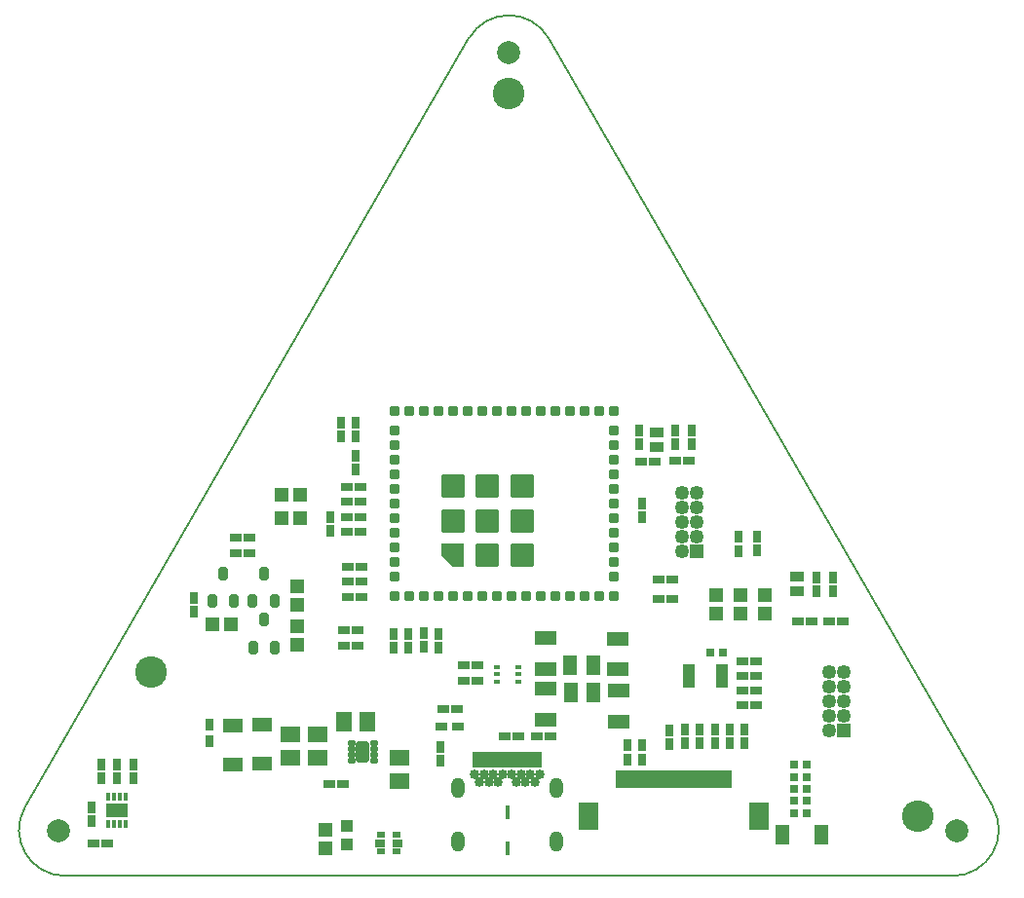
<source format=gts>
G04*
G04 #@! TF.GenerationSoftware,Altium Limited,Altium Designer,19.0.12 (326)*
G04*
G04 Layer_Color=8388736*
%FSLAX44Y44*%
%MOMM*%
G71*
G01*
G75*
%ADD16C,0.1270*%
%ADD27R,0.5000X0.4000*%
G04:AMPARAMS|DCode=51|XSize=0.8mm|YSize=0.8mm|CornerRadius=0.049mm|HoleSize=0mm|Usage=FLASHONLY|Rotation=0.000|XOffset=0mm|YOffset=0mm|HoleType=Round|Shape=RoundedRectangle|*
%AMROUNDEDRECTD51*
21,1,0.8000,0.7020,0,0,0.0*
21,1,0.7020,0.8000,0,0,0.0*
1,1,0.0980,0.3510,-0.3510*
1,1,0.0980,-0.3510,-0.3510*
1,1,0.0980,-0.3510,0.3510*
1,1,0.0980,0.3510,0.3510*
%
%ADD51ROUNDEDRECTD51*%
G04:AMPARAMS|DCode=52|XSize=0.8mm|YSize=0.8mm|CornerRadius=0.049mm|HoleSize=0mm|Usage=FLASHONLY|Rotation=90.000|XOffset=0mm|YOffset=0mm|HoleType=Round|Shape=RoundedRectangle|*
%AMROUNDEDRECTD52*
21,1,0.8000,0.7020,0,0,90.0*
21,1,0.7020,0.8000,0,0,90.0*
1,1,0.0980,0.3510,0.3510*
1,1,0.0980,0.3510,-0.3510*
1,1,0.0980,-0.3510,-0.3510*
1,1,0.0980,-0.3510,0.3510*
%
%ADD52ROUNDEDRECTD52*%
%ADD55R,1.2032X1.1532*%
%ADD56R,1.1532X1.2032*%
%ADD57R,1.0032X0.8032*%
%ADD58R,0.8032X1.0032*%
%ADD59R,1.9032X1.3032*%
%ADD60R,1.1032X0.5032*%
%ADD61R,0.7620X0.7620*%
%ADD62R,1.2032X1.8034*%
%ADD63R,1.9032X1.2032*%
%ADD64R,0.4532X0.7532*%
%ADD65R,0.5032X1.6032*%
%ADD66R,1.8032X2.4032*%
%ADD67C,2.0000*%
%ADD68R,1.3032X1.8032*%
G04:AMPARAMS|DCode=69|XSize=0.8032mm|YSize=1.2032mm|CornerRadius=0.2516mm|HoleSize=0mm|Usage=FLASHONLY|Rotation=180.000|XOffset=0mm|YOffset=0mm|HoleType=Round|Shape=RoundedRectangle|*
%AMROUNDEDRECTD69*
21,1,0.8032,0.7000,0,0,180.0*
21,1,0.3000,1.2032,0,0,180.0*
1,1,0.5032,-0.1500,0.3500*
1,1,0.5032,0.1500,0.3500*
1,1,0.5032,0.1500,-0.3500*
1,1,0.5032,-0.1500,-0.3500*
%
%ADD69ROUNDEDRECTD69*%
%ADD70R,0.6532X1.0532*%
%ADD71R,1.8032X1.3032*%
%ADD72R,1.0532X0.6532*%
%ADD73R,1.2032X0.9032*%
%ADD74R,1.0032X1.0032*%
%ADD75R,0.5032X1.4032*%
%ADD76R,0.4032X1.2032*%
%ADD77R,0.7532X0.6032*%
%ADD78R,0.9032X0.7032*%
%ADD79R,1.8034X1.4732*%
G04:AMPARAMS|DCode=80|XSize=2mm|YSize=2mm|CornerRadius=0.05mm|HoleSize=0mm|Usage=FLASHONLY|Rotation=90.000|XOffset=0mm|YOffset=0mm|HoleType=Round|Shape=RoundedRectangle|*
%AMROUNDEDRECTD80*
21,1,2.0000,1.9000,0,0,90.0*
21,1,1.9000,2.0000,0,0,90.0*
1,1,0.1000,0.9500,0.9500*
1,1,0.1000,0.9500,-0.9500*
1,1,0.1000,-0.9500,-0.9500*
1,1,0.1000,-0.9500,0.9500*
%
%ADD80ROUNDEDRECTD80*%
G04:AMPARAMS|DCode=81|XSize=0.4532mm|YSize=0.7032mm|CornerRadius=0.1516mm|HoleSize=0mm|Usage=FLASHONLY|Rotation=270.000|XOffset=0mm|YOffset=0mm|HoleType=Round|Shape=RoundedRectangle|*
%AMROUNDEDRECTD81*
21,1,0.4532,0.4000,0,0,270.0*
21,1,0.1500,0.7032,0,0,270.0*
1,1,0.3032,-0.2000,-0.0750*
1,1,0.3032,-0.2000,0.0750*
1,1,0.3032,0.2000,0.0750*
1,1,0.3032,0.2000,-0.0750*
%
%ADD81ROUNDEDRECTD81*%
G04:AMPARAMS|DCode=82|XSize=1.1032mm|YSize=1.8032mm|CornerRadius=0.1511mm|HoleSize=0mm|Usage=FLASHONLY|Rotation=180.000|XOffset=0mm|YOffset=0mm|HoleType=Round|Shape=RoundedRectangle|*
%AMROUNDEDRECTD82*
21,1,1.1032,1.5010,0,0,180.0*
21,1,0.8010,1.8032,0,0,180.0*
1,1,0.3022,-0.4005,0.7505*
1,1,0.3022,0.4005,0.7505*
1,1,0.3022,0.4005,-0.7505*
1,1,0.3022,-0.4005,-0.7505*
%
%ADD82ROUNDEDRECTD82*%
%ADD83R,1.4732X1.8034*%
%ADD84C,2.7432*%
%ADD85R,1.2532X1.2532*%
%ADD86C,1.2532*%
%ADD87O,1.2032X1.8032*%
%ADD88C,0.8532*%
G36*
X352350Y229824D02*
Y229725D01*
X352274Y229541D01*
X352133Y229400D01*
X351950Y229324D01*
X351850D01*
D01*
X342557D01*
X342508D01*
X342411Y229343D01*
X342320Y229381D01*
X342238Y229436D01*
X342204Y229471D01*
X342204D01*
X342203D01*
X332496Y239178D01*
X332462Y239212D01*
X332407Y239294D01*
X332369Y239385D01*
X332350Y239482D01*
Y239531D01*
X332350D01*
Y248824D01*
Y248923D01*
X332426Y249107D01*
X332567Y249248D01*
X332751Y249324D01*
X332850D01*
D01*
X351850D01*
X351950D01*
X352133Y249248D01*
X352274Y249107D01*
X352350Y248923D01*
Y248824D01*
D01*
Y229824D01*
D02*
G37*
D16*
X-29238Y20553D02*
G03*
X5403Y-39447I34641J-20000D01*
G01*
X425762Y688636D02*
G03*
X356480Y688636I-34641J-20000D01*
G01*
X776839Y-39447D02*
G03*
X811480Y20553I0J40000D01*
G01*
X-29238D02*
X356480Y688636D01*
X425762D02*
X811480Y20553D01*
X434675Y-39447D02*
X776839D01*
X5403D02*
X434675D01*
D27*
X399390Y142390D02*
D03*
Y135890D02*
D03*
Y129390D02*
D03*
X380390D02*
D03*
Y135890D02*
D03*
Y142390D02*
D03*
D51*
X292110Y347824D02*
D03*
Y335124D02*
D03*
Y322424D02*
D03*
Y309724D02*
D03*
Y297024D02*
D03*
Y284324D02*
D03*
Y271624D02*
D03*
Y258924D02*
D03*
Y246224D02*
D03*
Y233524D02*
D03*
Y220824D02*
D03*
X482590D02*
D03*
Y233524D02*
D03*
Y246224D02*
D03*
Y258924D02*
D03*
Y271624D02*
D03*
Y284324D02*
D03*
Y297024D02*
D03*
Y309724D02*
D03*
Y322424D02*
D03*
Y335124D02*
D03*
Y347824D02*
D03*
D52*
Y203824D02*
D03*
X469900D02*
D03*
X457200D02*
D03*
X444500D02*
D03*
X431800D02*
D03*
X419100D02*
D03*
X406400D02*
D03*
X393700D02*
D03*
X381000D02*
D03*
X368300D02*
D03*
X355600D02*
D03*
X342900D02*
D03*
X330200D02*
D03*
X317500D02*
D03*
X304800D02*
D03*
X292110D02*
D03*
Y364824D02*
D03*
X304800D02*
D03*
X317500D02*
D03*
X330200D02*
D03*
X342900D02*
D03*
X355600D02*
D03*
X368300D02*
D03*
X381000D02*
D03*
X393700D02*
D03*
X406400D02*
D03*
X419100D02*
D03*
X431800D02*
D03*
X444500D02*
D03*
X457200D02*
D03*
X469900D02*
D03*
X482590D02*
D03*
D55*
X193930Y271624D02*
D03*
X209930D02*
D03*
X193930Y291846D02*
D03*
X209930D02*
D03*
X149478Y179324D02*
D03*
X133478D02*
D03*
D56*
X571246Y188596D02*
D03*
Y204596D02*
D03*
X613156Y188596D02*
D03*
Y204596D02*
D03*
X592582Y188596D02*
D03*
Y204596D02*
D03*
X206756Y177164D02*
D03*
Y161164D02*
D03*
X206756Y211962D02*
D03*
Y195962D02*
D03*
X231902Y-15244D02*
D03*
Y756D02*
D03*
D57*
X262286Y272700D02*
D03*
X250286D02*
D03*
X606210Y108664D02*
D03*
X594210D02*
D03*
X606298Y147068D02*
D03*
X594298D02*
D03*
X594044Y134112D02*
D03*
X606044D02*
D03*
X594298Y121412D02*
D03*
X606298D02*
D03*
X364056Y129794D02*
D03*
X352056D02*
D03*
X364056Y143438D02*
D03*
X352056D02*
D03*
X263048Y229055D02*
D03*
X251048D02*
D03*
X263066Y216101D02*
D03*
X251066D02*
D03*
X263048Y202543D02*
D03*
X251048D02*
D03*
X262299Y298958D02*
D03*
X250299D02*
D03*
X262286Y286004D02*
D03*
X250286D02*
D03*
X262286Y259588D02*
D03*
X250286D02*
D03*
X533050Y217879D02*
D03*
X521050D02*
D03*
X518318Y320802D02*
D03*
X506318D02*
D03*
X415452Y82042D02*
D03*
X427452D02*
D03*
X247492Y160528D02*
D03*
X259492D02*
D03*
X247492Y173736D02*
D03*
X259492D02*
D03*
X521050Y200861D02*
D03*
X533050D02*
D03*
X681386Y181610D02*
D03*
X669386D02*
D03*
X547274Y321056D02*
D03*
X535274D02*
D03*
X387446Y82042D02*
D03*
X399446D02*
D03*
X333852Y105410D02*
D03*
X345852D02*
D03*
X642462Y181610D02*
D03*
X654462D02*
D03*
X235300Y40488D02*
D03*
X247300D02*
D03*
X42068Y-11430D02*
D03*
X30068D02*
D03*
X154020Y241300D02*
D03*
X166020D02*
D03*
X154020Y254508D02*
D03*
X166020D02*
D03*
D58*
X556768Y87692D02*
D03*
Y75692D02*
D03*
X595630Y88042D02*
D03*
Y76042D02*
D03*
X582676Y88042D02*
D03*
Y76042D02*
D03*
X569976Y87788D02*
D03*
Y75788D02*
D03*
X543902Y87534D02*
D03*
Y75534D02*
D03*
X531016Y87280D02*
D03*
Y75280D02*
D03*
X507238Y73817D02*
D03*
Y61817D02*
D03*
X494036Y73817D02*
D03*
Y61817D02*
D03*
X504444Y335630D02*
D03*
Y347630D02*
D03*
X258366Y325471D02*
D03*
Y313471D02*
D03*
Y342654D02*
D03*
Y354654D02*
D03*
X606795Y255340D02*
D03*
Y243340D02*
D03*
X658622Y207614D02*
D03*
Y219614D02*
D03*
X549656Y347630D02*
D03*
Y335630D02*
D03*
X317246Y159354D02*
D03*
Y171354D02*
D03*
X331216Y72548D02*
D03*
Y60548D02*
D03*
X235712Y272700D02*
D03*
Y260700D02*
D03*
X245412Y342908D02*
D03*
Y354908D02*
D03*
X590296Y255015D02*
D03*
Y243015D02*
D03*
X672592Y219614D02*
D03*
Y207614D02*
D03*
X535432Y335630D02*
D03*
Y347630D02*
D03*
X290830Y159100D02*
D03*
Y171100D02*
D03*
X506830Y284130D02*
D03*
Y272130D02*
D03*
X28911Y20449D02*
D03*
Y8449D02*
D03*
X36785Y45437D02*
D03*
Y57437D02*
D03*
X64979Y45437D02*
D03*
Y57437D02*
D03*
X117348Y190088D02*
D03*
Y202088D02*
D03*
X50755Y45437D02*
D03*
Y57437D02*
D03*
X329946Y159100D02*
D03*
Y171100D02*
D03*
X303784Y159100D02*
D03*
Y171100D02*
D03*
D59*
X486410Y94958D02*
D03*
Y121958D02*
D03*
X423074Y96520D02*
D03*
Y123520D02*
D03*
X485648Y166916D02*
D03*
Y139916D02*
D03*
X423164Y167170D02*
D03*
Y140170D02*
D03*
D60*
X576356Y141818D02*
D03*
Y136818D02*
D03*
Y131818D02*
D03*
Y126818D02*
D03*
X547356D02*
D03*
Y131818D02*
D03*
Y136818D02*
D03*
Y141818D02*
D03*
D61*
X566174Y154892D02*
D03*
X576842D02*
D03*
X649986Y56896D02*
D03*
X639318D02*
D03*
Y36068D02*
D03*
X649986D02*
D03*
X639318Y46482D02*
D03*
X649986D02*
D03*
X639318Y25654D02*
D03*
X649986D02*
D03*
X639318Y15240D02*
D03*
X649986D02*
D03*
D62*
X464566Y119634D02*
D03*
X444754D02*
D03*
X464312Y143510D02*
D03*
X444500D02*
D03*
D63*
X50501Y17473D02*
D03*
D64*
X43001Y5723D02*
D03*
X48001D02*
D03*
X53001D02*
D03*
X58001D02*
D03*
X43001Y29223D02*
D03*
X48001D02*
D03*
X53001D02*
D03*
X58001D02*
D03*
D65*
X581830Y44254D02*
D03*
X576830D02*
D03*
X571830D02*
D03*
X566830D02*
D03*
X561830D02*
D03*
X556830D02*
D03*
X551830D02*
D03*
X546830D02*
D03*
X541830D02*
D03*
X536830D02*
D03*
X486830D02*
D03*
X491830D02*
D03*
X496830D02*
D03*
X501830D02*
D03*
X506830D02*
D03*
X511830D02*
D03*
X516830D02*
D03*
X521830D02*
D03*
X526830D02*
D03*
X531830D02*
D03*
D66*
X460330Y12754D02*
D03*
X608330D02*
D03*
D67*
X390652Y675894D02*
D03*
X0Y0D02*
D03*
X780034Y-254D02*
D03*
D68*
X662922Y-3810D02*
D03*
X628922D02*
D03*
D69*
X178562Y183100D02*
D03*
X188062Y159100D02*
D03*
X169062D02*
D03*
X178054Y223582D02*
D03*
X187554Y199582D02*
D03*
X168554D02*
D03*
X133502D02*
D03*
X152502D02*
D03*
X143002Y223582D02*
D03*
D70*
X131064Y91832D02*
D03*
Y77332D02*
D03*
D71*
X151638Y57524D02*
D03*
Y91524D02*
D03*
X176276Y91874D02*
D03*
Y57874D02*
D03*
D72*
X346848Y90678D02*
D03*
X332348D02*
D03*
D73*
X641858Y220876D02*
D03*
Y207876D02*
D03*
X519430Y346098D02*
D03*
Y333098D02*
D03*
D74*
X250698Y-12314D02*
D03*
Y4186D02*
D03*
D75*
X362136Y61332D02*
D03*
X367136D02*
D03*
X372136D02*
D03*
X377136D02*
D03*
X382136D02*
D03*
X387136D02*
D03*
X397136D02*
D03*
X402136D02*
D03*
X407136D02*
D03*
X392136D02*
D03*
X412136D02*
D03*
X417136D02*
D03*
D76*
X389636Y-15468D02*
D03*
Y15532D02*
D03*
D77*
X293650Y-18426D02*
D03*
Y-3926D02*
D03*
X280150Y-18426D02*
D03*
Y-3926D02*
D03*
D78*
X294400Y-11176D02*
D03*
X279400D02*
D03*
D79*
X225298Y63348D02*
D03*
Y83668D02*
D03*
X295656Y43282D02*
D03*
Y63602D02*
D03*
X200914Y63348D02*
D03*
Y83668D02*
D03*
D80*
X342350Y299324D02*
D03*
Y269324D02*
D03*
X372350Y299324D02*
D03*
Y269324D02*
D03*
Y239324D02*
D03*
X402350D02*
D03*
Y269324D02*
D03*
Y299324D02*
D03*
D81*
X273660Y60674D02*
D03*
Y65674D02*
D03*
Y70674D02*
D03*
Y75674D02*
D03*
X254660D02*
D03*
Y70674D02*
D03*
Y65674D02*
D03*
Y60674D02*
D03*
D82*
X264160Y68174D02*
D03*
D83*
X268224Y94742D02*
D03*
X247904D02*
D03*
D84*
X80010Y137414D02*
D03*
X746506Y12446D02*
D03*
X391121Y640588D02*
D03*
D85*
X681990Y86868D02*
D03*
X554482Y242824D02*
D03*
D86*
X681990Y99568D02*
D03*
Y112268D02*
D03*
Y124968D02*
D03*
Y137668D02*
D03*
X669290Y86868D02*
D03*
Y99568D02*
D03*
Y112268D02*
D03*
Y124968D02*
D03*
Y137668D02*
D03*
X541782Y293624D02*
D03*
Y280924D02*
D03*
Y268224D02*
D03*
Y255524D02*
D03*
Y242824D02*
D03*
X554482Y293624D02*
D03*
Y280924D02*
D03*
Y268224D02*
D03*
Y255524D02*
D03*
D87*
X346936Y-9968D02*
D03*
Y37332D02*
D03*
X432336Y-9968D02*
D03*
Y37332D02*
D03*
D88*
X361636Y48832D02*
D03*
X381636Y41832D02*
D03*
X365636D02*
D03*
X369636Y48832D02*
D03*
X373636Y41832D02*
D03*
X377636Y48832D02*
D03*
X385636D02*
D03*
X397636Y41832D02*
D03*
X405636D02*
D03*
X393636Y48832D02*
D03*
X401636D02*
D03*
X409636D02*
D03*
X413636Y41832D02*
D03*
X417636Y48832D02*
D03*
M02*

</source>
